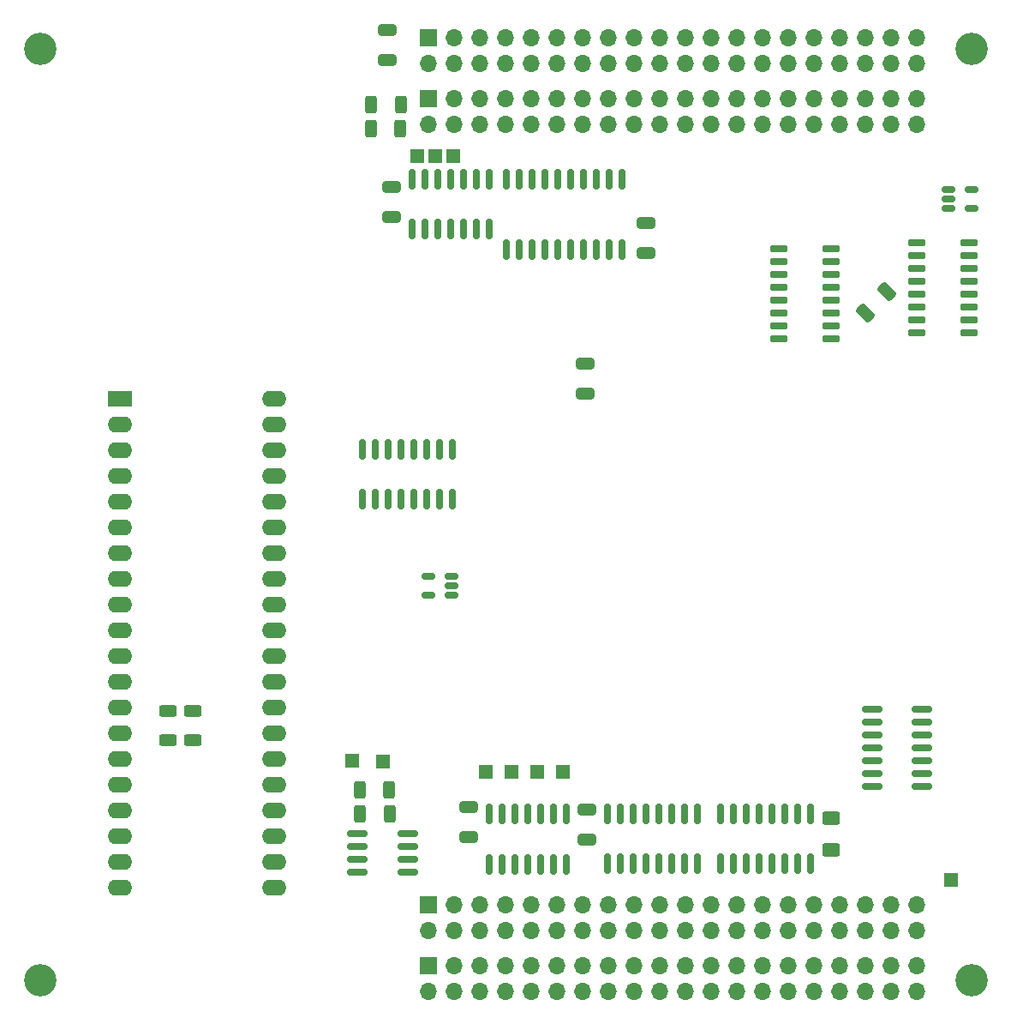
<source format=gbr>
%TF.GenerationSoftware,KiCad,Pcbnew,7.0.7-7.0.7~ubuntu20.04.1*%
%TF.CreationDate,2023-09-08T15:59:57+02:00*%
%TF.ProjectId,RAMROM_512k_board,52414d52-4f4d-45f3-9531-326b5f626f61,rev?*%
%TF.SameCoordinates,Original*%
%TF.FileFunction,Soldermask,Top*%
%TF.FilePolarity,Negative*%
%FSLAX46Y46*%
G04 Gerber Fmt 4.6, Leading zero omitted, Abs format (unit mm)*
G04 Created by KiCad (PCBNEW 7.0.7-7.0.7~ubuntu20.04.1) date 2023-09-08 15:59:57*
%MOMM*%
%LPD*%
G01*
G04 APERTURE LIST*
G04 Aperture macros list*
%AMRoundRect*
0 Rectangle with rounded corners*
0 $1 Rounding radius*
0 $2 $3 $4 $5 $6 $7 $8 $9 X,Y pos of 4 corners*
0 Add a 4 corners polygon primitive as box body*
4,1,4,$2,$3,$4,$5,$6,$7,$8,$9,$2,$3,0*
0 Add four circle primitives for the rounded corners*
1,1,$1+$1,$2,$3*
1,1,$1+$1,$4,$5*
1,1,$1+$1,$6,$7*
1,1,$1+$1,$8,$9*
0 Add four rect primitives between the rounded corners*
20,1,$1+$1,$2,$3,$4,$5,0*
20,1,$1+$1,$4,$5,$6,$7,0*
20,1,$1+$1,$6,$7,$8,$9,0*
20,1,$1+$1,$8,$9,$2,$3,0*%
G04 Aperture macros list end*
%ADD10R,1.350000X1.350000*%
%ADD11R,1.700000X1.700000*%
%ADD12O,1.700000X1.700000*%
%ADD13RoundRect,0.150000X-0.150000X0.825000X-0.150000X-0.825000X0.150000X-0.825000X0.150000X0.825000X0*%
%ADD14R,2.400000X1.600000*%
%ADD15O,2.400000X1.600000*%
%ADD16RoundRect,0.150000X0.825000X0.150000X-0.825000X0.150000X-0.825000X-0.150000X0.825000X-0.150000X0*%
%ADD17RoundRect,0.250000X-0.650000X0.325000X-0.650000X-0.325000X0.650000X-0.325000X0.650000X0.325000X0*%
%ADD18RoundRect,0.250000X-0.625000X0.312500X-0.625000X-0.312500X0.625000X-0.312500X0.625000X0.312500X0*%
%ADD19RoundRect,0.250000X0.625000X-0.400000X0.625000X0.400000X-0.625000X0.400000X-0.625000X-0.400000X0*%
%ADD20RoundRect,0.150000X0.725000X0.150000X-0.725000X0.150000X-0.725000X-0.150000X0.725000X-0.150000X0*%
%ADD21RoundRect,0.150000X-0.512500X-0.150000X0.512500X-0.150000X0.512500X0.150000X-0.512500X0.150000X0*%
%ADD22RoundRect,0.150000X0.150000X-0.825000X0.150000X0.825000X-0.150000X0.825000X-0.150000X-0.825000X0*%
%ADD23RoundRect,0.150000X0.512500X0.150000X-0.512500X0.150000X-0.512500X-0.150000X0.512500X-0.150000X0*%
%ADD24RoundRect,0.250000X-0.229810X0.689429X-0.689429X0.229810X0.229810X-0.689429X0.689429X-0.229810X0*%
%ADD25RoundRect,0.250000X0.312500X0.625000X-0.312500X0.625000X-0.312500X-0.625000X0.312500X-0.625000X0*%
%ADD26C,3.200000*%
%ADD27RoundRect,0.150000X-0.825000X-0.150000X0.825000X-0.150000X0.825000X0.150000X-0.825000X0.150000X0*%
%ADD28RoundRect,0.150000X0.150000X-0.837500X0.150000X0.837500X-0.150000X0.837500X-0.150000X-0.837500X0*%
%ADD29RoundRect,0.250000X0.650000X-0.325000X0.650000X0.325000X-0.650000X0.325000X-0.650000X-0.325000X0*%
%ADD30RoundRect,0.150000X-0.725000X-0.150000X0.725000X-0.150000X0.725000X0.150000X-0.725000X0.150000X0*%
%ADD31RoundRect,0.250000X-0.312500X-0.625000X0.312500X-0.625000X0.312500X0.625000X-0.312500X0.625000X0*%
G04 APERTURE END LIST*
D10*
%TO.C,J15*%
X138557000Y-59944000D03*
%TD*%
%TO.C,J9*%
X140335000Y-59944000D03*
%TD*%
%TO.C,J7*%
X142113000Y-59944000D03*
%TD*%
%TO.C,J13*%
X152996900Y-120738900D03*
%TD*%
D11*
%TO.C,J1*%
X139700000Y-48303005D03*
D12*
X139700000Y-50843005D03*
X142240000Y-48303005D03*
X142240000Y-50843005D03*
X144780000Y-48303005D03*
X144780000Y-50843005D03*
X147320000Y-48303005D03*
X147320000Y-50843005D03*
X149860000Y-48303005D03*
X149860000Y-50843005D03*
X152400000Y-48303005D03*
X152400000Y-50843005D03*
X154940000Y-48303005D03*
X154940000Y-50843005D03*
X157480000Y-48303005D03*
X157480000Y-50843005D03*
X160020000Y-48303005D03*
X160020000Y-50843005D03*
X162560000Y-48303005D03*
X162560000Y-50843005D03*
X165100000Y-48303005D03*
X165100000Y-50843005D03*
X167640000Y-48303005D03*
X167640000Y-50843005D03*
X170180000Y-48303005D03*
X170180000Y-50843005D03*
X172720000Y-48303005D03*
X172720000Y-50843005D03*
X175260000Y-48303005D03*
X175260000Y-50843005D03*
X177800000Y-48303005D03*
X177800000Y-50843005D03*
X180340000Y-48303005D03*
X180340000Y-50843005D03*
X182880000Y-48303005D03*
X182880000Y-50843005D03*
X185420000Y-48303005D03*
X185420000Y-50843005D03*
X187960000Y-48303005D03*
X187960000Y-50843005D03*
%TD*%
D13*
%TO.C,U13*%
X153301700Y-124932900D03*
X152031700Y-124932900D03*
X150761700Y-124932900D03*
X149491700Y-124932900D03*
X148221700Y-124932900D03*
X146951700Y-124932900D03*
X145681700Y-124932900D03*
X145681700Y-129882900D03*
X146951700Y-129882900D03*
X148221700Y-129882900D03*
X149491700Y-129882900D03*
X150761700Y-129882900D03*
X152031700Y-129882900D03*
X153301700Y-129882900D03*
%TD*%
D14*
%TO.C,J6*%
X109220000Y-83947000D03*
D15*
X109220000Y-86487000D03*
X109220000Y-89027000D03*
X109220000Y-91567000D03*
X109220000Y-94107000D03*
X109220000Y-96647000D03*
X109220000Y-99187000D03*
X109220000Y-101727000D03*
X109220000Y-104267000D03*
X109220000Y-106807000D03*
X109220000Y-109347000D03*
X109220000Y-111887000D03*
X109220000Y-114427000D03*
X109220000Y-116967000D03*
X109220000Y-119507000D03*
X109220000Y-122047000D03*
X109220000Y-124587000D03*
X109220000Y-127127000D03*
X109220000Y-129667000D03*
X109220000Y-132207000D03*
X124460000Y-132207000D03*
X124460000Y-129667000D03*
X124460000Y-127127000D03*
X124460000Y-124587000D03*
X124460000Y-122047000D03*
X124460000Y-119507000D03*
X124460000Y-116967000D03*
X124460000Y-114427000D03*
X124460000Y-111887000D03*
X124460000Y-109347000D03*
X124460000Y-106807000D03*
X124460000Y-104267000D03*
X124460000Y-101727000D03*
X124460000Y-99187000D03*
X124460000Y-96647000D03*
X124460000Y-94107000D03*
X124460000Y-91567000D03*
X124460000Y-89027000D03*
X124460000Y-86487000D03*
X124460000Y-83947000D03*
%TD*%
D16*
%TO.C,U11*%
X137653800Y-130683000D03*
X137653800Y-129413000D03*
X137653800Y-128143000D03*
X137653800Y-126873000D03*
X132703800Y-126873000D03*
X132703800Y-128143000D03*
X132703800Y-129413000D03*
X132703800Y-130683000D03*
%TD*%
D17*
%TO.C,C10*%
X161213800Y-66544400D03*
X161213800Y-69494400D03*
%TD*%
D18*
%TO.C,R3*%
X113995200Y-114717100D03*
X113995200Y-117642100D03*
%TD*%
D11*
%TO.C,J4*%
X139700000Y-133849005D03*
D12*
X139700000Y-136389005D03*
X142240000Y-133849005D03*
X142240000Y-136389005D03*
X144780000Y-133849005D03*
X144780000Y-136389005D03*
X147320000Y-133849005D03*
X147320000Y-136389005D03*
X149860000Y-133849005D03*
X149860000Y-136389005D03*
X152400000Y-133849005D03*
X152400000Y-136389005D03*
X154940000Y-133849005D03*
X154940000Y-136389005D03*
X157480000Y-133849005D03*
X157480000Y-136389005D03*
X160020000Y-133849005D03*
X160020000Y-136389005D03*
X162560000Y-133849005D03*
X162560000Y-136389005D03*
X165100000Y-133849005D03*
X165100000Y-136389005D03*
X167640000Y-133849005D03*
X167640000Y-136389005D03*
X170180000Y-133849005D03*
X170180000Y-136389005D03*
X172720000Y-133849005D03*
X172720000Y-136389005D03*
X175260000Y-133849005D03*
X175260000Y-136389005D03*
X177800000Y-133849005D03*
X177800000Y-136389005D03*
X180340000Y-133849005D03*
X180340000Y-136389005D03*
X182880000Y-133849005D03*
X182880000Y-136389005D03*
X185420000Y-133849005D03*
X185420000Y-136389005D03*
X187960000Y-133849005D03*
X187960000Y-136389005D03*
%TD*%
D10*
%TO.C,J5*%
X135229600Y-119735600D03*
%TD*%
D19*
%TO.C,R2*%
X179451000Y-128449000D03*
X179451000Y-125349000D03*
%TD*%
D20*
%TO.C,U6*%
X179482841Y-78005471D03*
X179482841Y-76735471D03*
X179482841Y-75465471D03*
X179482841Y-74195471D03*
X179482841Y-72925471D03*
X179482841Y-71655471D03*
X179482841Y-70385471D03*
X179482841Y-69115471D03*
X174332841Y-69115471D03*
X174332841Y-70385471D03*
X174332841Y-71655471D03*
X174332841Y-72925471D03*
X174332841Y-74195471D03*
X174332841Y-75465471D03*
X174332841Y-76735471D03*
X174332841Y-78005471D03*
%TD*%
D10*
%TO.C,J12*%
X145376900Y-120738900D03*
%TD*%
D13*
%TO.C,U16*%
X177450000Y-124900400D03*
X176180000Y-124900400D03*
X174910000Y-124900400D03*
X173640000Y-124900400D03*
X172370000Y-124900400D03*
X171100000Y-124900400D03*
X169830000Y-124900400D03*
X168560000Y-124900400D03*
X168560000Y-129850400D03*
X169830000Y-129850400D03*
X171100000Y-129850400D03*
X172370000Y-129850400D03*
X173640000Y-129850400D03*
X174910000Y-129850400D03*
X176180000Y-129850400D03*
X177450000Y-129850400D03*
%TD*%
D21*
%TO.C,U8*%
X191125741Y-63261200D03*
X191125741Y-64211200D03*
X191125741Y-65161200D03*
X193400741Y-65161200D03*
X193400741Y-63261200D03*
%TD*%
D10*
%TO.C,J10*%
X132130800Y-119684800D03*
%TD*%
D22*
%TO.C,U21*%
X138049000Y-67168800D03*
X139319000Y-67168800D03*
X140589000Y-67168800D03*
X141859000Y-67168800D03*
X143129000Y-67168800D03*
X144399000Y-67168800D03*
X145669000Y-67168800D03*
X145669000Y-62218800D03*
X144399000Y-62218800D03*
X143129000Y-62218800D03*
X141859000Y-62218800D03*
X140589000Y-62218800D03*
X139319000Y-62218800D03*
X138049000Y-62218800D03*
%TD*%
D17*
%TO.C,C4*%
X155168600Y-80492600D03*
X155168600Y-83442600D03*
%TD*%
D23*
%TO.C,U12*%
X142005900Y-103312000D03*
X142005900Y-102362000D03*
X142005900Y-101412000D03*
X139730900Y-101412000D03*
X139730900Y-103312000D03*
%TD*%
D13*
%TO.C,U17*%
X166299400Y-124900400D03*
X165029400Y-124900400D03*
X163759400Y-124900400D03*
X162489400Y-124900400D03*
X161219400Y-124900400D03*
X159949400Y-124900400D03*
X158679400Y-124900400D03*
X157409400Y-124900400D03*
X157409400Y-129850400D03*
X158679400Y-129850400D03*
X159949400Y-129850400D03*
X161219400Y-129850400D03*
X162489400Y-129850400D03*
X163759400Y-129850400D03*
X165029400Y-129850400D03*
X166299400Y-129850400D03*
%TD*%
D24*
%TO.C,C5*%
X184973441Y-73329800D03*
X182887475Y-75415766D03*
%TD*%
D11*
%TO.C,J2*%
X139700000Y-139849005D03*
D12*
X139700000Y-142389005D03*
X142240000Y-139849005D03*
X142240000Y-142389005D03*
X144780000Y-139849005D03*
X144780000Y-142389005D03*
X147320000Y-139849005D03*
X147320000Y-142389005D03*
X149860000Y-139849005D03*
X149860000Y-142389005D03*
X152400000Y-139849005D03*
X152400000Y-142389005D03*
X154940000Y-139849005D03*
X154940000Y-142389005D03*
X157480000Y-139849005D03*
X157480000Y-142389005D03*
X160020000Y-139849005D03*
X160020000Y-142389005D03*
X162560000Y-139849005D03*
X162560000Y-142389005D03*
X165100000Y-139849005D03*
X165100000Y-142389005D03*
X167640000Y-139849005D03*
X167640000Y-142389005D03*
X170180000Y-139849005D03*
X170180000Y-142389005D03*
X172720000Y-139849005D03*
X172720000Y-142389005D03*
X175260000Y-139849005D03*
X175260000Y-142389005D03*
X177800000Y-139849005D03*
X177800000Y-142389005D03*
X180340000Y-139849005D03*
X180340000Y-142389005D03*
X182880000Y-139849005D03*
X182880000Y-142389005D03*
X185420000Y-139849005D03*
X185420000Y-142389005D03*
X187960000Y-139849005D03*
X187960000Y-142389005D03*
%TD*%
D25*
%TO.C,R6*%
X135839200Y-122529600D03*
X132914200Y-122529600D03*
%TD*%
D26*
%TO.C,H3*%
X193340000Y-49346005D03*
%TD*%
D18*
%TO.C,R4*%
X116382800Y-114717100D03*
X116382800Y-117642100D03*
%TD*%
D25*
%TO.C,R5*%
X135868600Y-124866400D03*
X132943600Y-124866400D03*
%TD*%
D27*
%TO.C,U2*%
X183540400Y-114604800D03*
X183540400Y-115874800D03*
X183540400Y-117144800D03*
X183540400Y-118414800D03*
X183540400Y-119684800D03*
X183540400Y-120954800D03*
X183540400Y-122224800D03*
X188490400Y-122224800D03*
X188490400Y-120954800D03*
X188490400Y-119684800D03*
X188490400Y-118414800D03*
X188490400Y-117144800D03*
X188490400Y-115874800D03*
X188490400Y-114604800D03*
%TD*%
D11*
%TO.C,J3*%
X139700000Y-54303005D03*
D12*
X139700000Y-56843005D03*
X142240000Y-54303005D03*
X142240000Y-56843005D03*
X144780000Y-54303005D03*
X144780000Y-56843005D03*
X147320000Y-54303005D03*
X147320000Y-56843005D03*
X149860000Y-54303005D03*
X149860000Y-56843005D03*
X152400000Y-54303005D03*
X152400000Y-56843005D03*
X154940000Y-54303005D03*
X154940000Y-56843005D03*
X157480000Y-54303005D03*
X157480000Y-56843005D03*
X160020000Y-54303005D03*
X160020000Y-56843005D03*
X162560000Y-54303005D03*
X162560000Y-56843005D03*
X165100000Y-54303005D03*
X165100000Y-56843005D03*
X167640000Y-54303005D03*
X167640000Y-56843005D03*
X170180000Y-54303005D03*
X170180000Y-56843005D03*
X172720000Y-54303005D03*
X172720000Y-56843005D03*
X175260000Y-54303005D03*
X175260000Y-56843005D03*
X177800000Y-54303005D03*
X177800000Y-56843005D03*
X180340000Y-54303005D03*
X180340000Y-56843005D03*
X182880000Y-54303005D03*
X182880000Y-56843005D03*
X185420000Y-54303005D03*
X185420000Y-56843005D03*
X187960000Y-54303005D03*
X187960000Y-56843005D03*
%TD*%
D10*
%TO.C,J11*%
X150456900Y-120738900D03*
%TD*%
D28*
%TO.C,U1*%
X147362000Y-69155000D03*
X148632000Y-69155000D03*
X149902000Y-69155000D03*
X151172000Y-69155000D03*
X152442000Y-69155000D03*
X153712000Y-69155000D03*
X154982000Y-69155000D03*
X156252000Y-69155000D03*
X157522000Y-69155000D03*
X158792000Y-69155000D03*
X158792000Y-62230000D03*
X157522000Y-62230000D03*
X156252000Y-62230000D03*
X154982000Y-62230000D03*
X153712000Y-62230000D03*
X152442000Y-62230000D03*
X151172000Y-62230000D03*
X149902000Y-62230000D03*
X148632000Y-62230000D03*
X147362000Y-62230000D03*
%TD*%
D29*
%TO.C,C7*%
X143713200Y-127205000D03*
X143713200Y-124255000D03*
%TD*%
D26*
%TO.C,H1*%
X101340000Y-49346005D03*
%TD*%
D30*
%TO.C,U7*%
X187947241Y-68531271D03*
X187947241Y-69801271D03*
X187947241Y-71071271D03*
X187947241Y-72341271D03*
X187947241Y-73611271D03*
X187947241Y-74881271D03*
X187947241Y-76151271D03*
X187947241Y-77421271D03*
X193097241Y-77421271D03*
X193097241Y-76151271D03*
X193097241Y-74881271D03*
X193097241Y-73611271D03*
X193097241Y-72341271D03*
X193097241Y-71071271D03*
X193097241Y-69801271D03*
X193097241Y-68531271D03*
%TD*%
D29*
%TO.C,C1*%
X135636000Y-50497000D03*
X135636000Y-47547000D03*
%TD*%
D10*
%TO.C,J8*%
X191312800Y-131419600D03*
%TD*%
D22*
%TO.C,U9*%
X133159500Y-93867362D03*
X134429500Y-93867362D03*
X135699500Y-93867362D03*
X136969500Y-93867362D03*
X138239500Y-93867362D03*
X139509500Y-93867362D03*
X140779500Y-93867362D03*
X142049500Y-93867362D03*
X142049500Y-88917362D03*
X140779500Y-88917362D03*
X139509500Y-88917362D03*
X138239500Y-88917362D03*
X136969500Y-88917362D03*
X135699500Y-88917362D03*
X134429500Y-88917362D03*
X133159500Y-88917362D03*
%TD*%
D26*
%TO.C,H2*%
X101340000Y-141346005D03*
%TD*%
D29*
%TO.C,C3*%
X155339481Y-127470811D03*
X155339481Y-124520811D03*
%TD*%
D17*
%TO.C,C8*%
X136042400Y-63015600D03*
X136042400Y-65965600D03*
%TD*%
D26*
%TO.C,H4*%
X193340000Y-141346005D03*
%TD*%
D10*
%TO.C,J14*%
X147916900Y-120738900D03*
%TD*%
D31*
%TO.C,R7*%
X133985000Y-57277000D03*
X136910000Y-57277000D03*
%TD*%
%TO.C,R8*%
X134046500Y-54864000D03*
X136971500Y-54864000D03*
%TD*%
M02*

</source>
